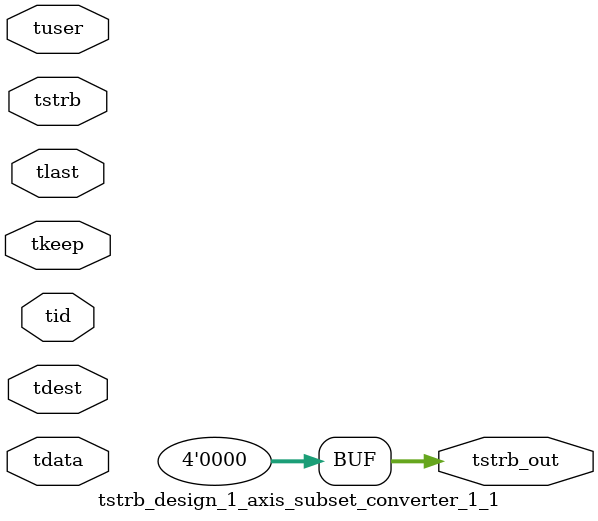
<source format=v>


`timescale 1ps/1ps

module tstrb_design_1_axis_subset_converter_1_1 #
(
parameter C_S_AXIS_TDATA_WIDTH = 32,
parameter C_S_AXIS_TUSER_WIDTH = 0,
parameter C_S_AXIS_TID_WIDTH   = 0,
parameter C_S_AXIS_TDEST_WIDTH = 0,
parameter C_M_AXIS_TDATA_WIDTH = 32
)
(
input  [(C_S_AXIS_TDATA_WIDTH == 0 ? 1 : C_S_AXIS_TDATA_WIDTH)-1:0     ] tdata,
input  [(C_S_AXIS_TUSER_WIDTH == 0 ? 1 : C_S_AXIS_TUSER_WIDTH)-1:0     ] tuser,
input  [(C_S_AXIS_TID_WIDTH   == 0 ? 1 : C_S_AXIS_TID_WIDTH)-1:0       ] tid,
input  [(C_S_AXIS_TDEST_WIDTH == 0 ? 1 : C_S_AXIS_TDEST_WIDTH)-1:0     ] tdest,
input  [(C_S_AXIS_TDATA_WIDTH/8)-1:0 ] tkeep,
input  [(C_S_AXIS_TDATA_WIDTH/8)-1:0 ] tstrb,
input                                                                    tlast,
output [(C_M_AXIS_TDATA_WIDTH/8)-1:0 ] tstrb_out
);

assign tstrb_out = {1'b0};

endmodule


</source>
